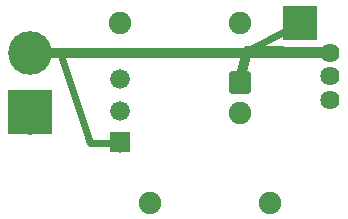
<source format=gtl>
G04 MADE WITH FRITZING*
G04 WWW.FRITZING.ORG*
G04 DOUBLE SIDED*
G04 HOLES PLATED*
G04 CONTOUR ON CENTER OF CONTOUR VECTOR*
%ASAXBY*%
%FSLAX23Y23*%
%MOIN*%
%OFA0B0*%
%SFA1.0B1.0*%
%ADD10C,0.075000*%
%ADD11C,0.066000*%
%ADD12C,0.145669*%
%ADD13C,0.064000*%
%ADD14R,0.118110X0.118110*%
%ADD15C,0.032000*%
%ADD16C,0.024000*%
%ADD17C,0.020000*%
%ADD18R,0.001000X0.001000*%
%LNCOPPER1*%
G90*
G70*
G54D10*
X892Y480D03*
X892Y380D03*
G54D11*
X492Y280D03*
X492Y386D03*
X492Y492D03*
X492Y280D03*
X492Y386D03*
X492Y492D03*
G54D12*
X192Y580D03*
X192Y380D03*
X192Y580D03*
X192Y380D03*
G54D10*
X492Y680D03*
X892Y680D03*
X592Y80D03*
X992Y80D03*
G54D13*
X1192Y580D03*
X1192Y502D03*
X1192Y423D03*
X1192Y580D03*
X1192Y502D03*
X1192Y423D03*
G54D14*
X1092Y680D03*
G54D15*
X913Y585D02*
X899Y514D01*
D02*
X1161Y581D02*
X913Y585D01*
D02*
X255Y580D02*
X1161Y580D01*
G54D16*
D02*
X913Y585D02*
X1040Y653D01*
D02*
X250Y581D02*
X292Y581D01*
D02*
X292Y581D02*
X391Y280D01*
D02*
X391Y280D02*
X466Y280D01*
G54D17*
X919Y453D02*
X864Y453D01*
X864Y508D01*
X919Y508D01*
X919Y453D01*
D02*
G54D18*
X119Y453D02*
X263Y453D01*
X119Y452D02*
X263Y452D01*
X119Y451D02*
X263Y451D01*
X119Y450D02*
X263Y450D01*
X119Y449D02*
X263Y449D01*
X119Y448D02*
X263Y448D01*
X119Y447D02*
X263Y447D01*
X119Y446D02*
X263Y446D01*
X119Y445D02*
X263Y445D01*
X119Y444D02*
X263Y444D01*
X119Y443D02*
X263Y443D01*
X119Y442D02*
X263Y442D01*
X119Y441D02*
X263Y441D01*
X119Y440D02*
X263Y440D01*
X119Y439D02*
X263Y439D01*
X119Y438D02*
X263Y438D01*
X119Y437D02*
X263Y437D01*
X119Y436D02*
X263Y436D01*
X119Y435D02*
X263Y435D01*
X119Y434D02*
X263Y434D01*
X119Y433D02*
X263Y433D01*
X119Y432D02*
X263Y432D01*
X119Y431D02*
X263Y431D01*
X119Y430D02*
X263Y430D01*
X119Y429D02*
X263Y429D01*
X119Y428D02*
X187Y428D01*
X195Y428D02*
X263Y428D01*
X119Y427D02*
X180Y427D01*
X202Y427D02*
X263Y427D01*
X119Y426D02*
X176Y426D01*
X206Y426D02*
X263Y426D01*
X119Y425D02*
X173Y425D01*
X208Y425D02*
X263Y425D01*
X119Y424D02*
X171Y424D01*
X211Y424D02*
X263Y424D01*
X119Y423D02*
X169Y423D01*
X213Y423D02*
X263Y423D01*
X119Y422D02*
X167Y422D01*
X215Y422D02*
X263Y422D01*
X119Y421D02*
X165Y421D01*
X216Y421D02*
X263Y421D01*
X119Y420D02*
X164Y420D01*
X218Y420D02*
X263Y420D01*
X119Y419D02*
X163Y419D01*
X219Y419D02*
X263Y419D01*
X119Y418D02*
X161Y418D01*
X221Y418D02*
X263Y418D01*
X119Y417D02*
X160Y417D01*
X222Y417D02*
X263Y417D01*
X119Y416D02*
X159Y416D01*
X223Y416D02*
X263Y416D01*
X119Y415D02*
X158Y415D01*
X224Y415D02*
X263Y415D01*
X119Y414D02*
X157Y414D01*
X225Y414D02*
X263Y414D01*
X119Y413D02*
X156Y413D01*
X226Y413D02*
X263Y413D01*
X119Y412D02*
X155Y412D01*
X227Y412D02*
X263Y412D01*
X119Y411D02*
X154Y411D01*
X228Y411D02*
X263Y411D01*
X119Y410D02*
X153Y410D01*
X229Y410D02*
X263Y410D01*
X119Y409D02*
X152Y409D01*
X229Y409D02*
X263Y409D01*
X119Y408D02*
X152Y408D01*
X230Y408D02*
X263Y408D01*
X119Y407D02*
X151Y407D01*
X231Y407D02*
X263Y407D01*
X119Y406D02*
X150Y406D01*
X231Y406D02*
X263Y406D01*
X119Y405D02*
X150Y405D01*
X232Y405D02*
X263Y405D01*
X119Y404D02*
X149Y404D01*
X233Y404D02*
X263Y404D01*
X119Y403D02*
X149Y403D01*
X233Y403D02*
X263Y403D01*
X119Y402D02*
X148Y402D01*
X234Y402D02*
X263Y402D01*
X119Y401D02*
X148Y401D01*
X234Y401D02*
X263Y401D01*
X119Y400D02*
X147Y400D01*
X235Y400D02*
X263Y400D01*
X119Y399D02*
X147Y399D01*
X235Y399D02*
X263Y399D01*
X119Y398D02*
X146Y398D01*
X235Y398D02*
X263Y398D01*
X119Y397D02*
X146Y397D01*
X236Y397D02*
X263Y397D01*
X119Y396D02*
X146Y396D01*
X236Y396D02*
X263Y396D01*
X119Y395D02*
X145Y395D01*
X236Y395D02*
X263Y395D01*
X119Y394D02*
X145Y394D01*
X237Y394D02*
X263Y394D01*
X119Y393D02*
X145Y393D01*
X237Y393D02*
X263Y393D01*
X119Y392D02*
X145Y392D01*
X237Y392D02*
X263Y392D01*
X119Y391D02*
X144Y391D01*
X237Y391D02*
X263Y391D01*
X119Y390D02*
X144Y390D01*
X238Y390D02*
X263Y390D01*
X119Y389D02*
X144Y389D01*
X238Y389D02*
X263Y389D01*
X119Y388D02*
X144Y388D01*
X238Y388D02*
X263Y388D01*
X119Y387D02*
X144Y387D01*
X238Y387D02*
X263Y387D01*
X119Y386D02*
X143Y386D01*
X238Y386D02*
X263Y386D01*
X119Y385D02*
X143Y385D01*
X238Y385D02*
X263Y385D01*
X119Y384D02*
X143Y384D01*
X238Y384D02*
X263Y384D01*
X119Y383D02*
X143Y383D01*
X238Y383D02*
X263Y383D01*
X119Y382D02*
X143Y382D01*
X239Y382D02*
X263Y382D01*
X119Y381D02*
X143Y381D01*
X239Y381D02*
X263Y381D01*
X119Y380D02*
X143Y380D01*
X239Y380D02*
X263Y380D01*
X119Y379D02*
X143Y379D01*
X238Y379D02*
X263Y379D01*
X119Y378D02*
X143Y378D01*
X238Y378D02*
X263Y378D01*
X119Y377D02*
X143Y377D01*
X238Y377D02*
X263Y377D01*
X119Y376D02*
X143Y376D01*
X238Y376D02*
X263Y376D01*
X119Y375D02*
X144Y375D01*
X238Y375D02*
X263Y375D01*
X119Y374D02*
X144Y374D01*
X238Y374D02*
X263Y374D01*
X119Y373D02*
X144Y373D01*
X238Y373D02*
X263Y373D01*
X119Y372D02*
X144Y372D01*
X238Y372D02*
X263Y372D01*
X119Y371D02*
X144Y371D01*
X238Y371D02*
X263Y371D01*
X119Y370D02*
X144Y370D01*
X237Y370D02*
X263Y370D01*
X119Y369D02*
X145Y369D01*
X237Y369D02*
X263Y369D01*
X119Y368D02*
X145Y368D01*
X237Y368D02*
X263Y368D01*
X119Y367D02*
X145Y367D01*
X236Y367D02*
X263Y367D01*
X119Y366D02*
X146Y366D01*
X236Y366D02*
X263Y366D01*
X119Y365D02*
X146Y365D01*
X236Y365D02*
X263Y365D01*
X119Y364D02*
X146Y364D01*
X235Y364D02*
X263Y364D01*
X119Y363D02*
X147Y363D01*
X235Y363D02*
X263Y363D01*
X119Y362D02*
X147Y362D01*
X235Y362D02*
X263Y362D01*
X119Y361D02*
X148Y361D01*
X234Y361D02*
X263Y361D01*
X119Y360D02*
X148Y360D01*
X234Y360D02*
X263Y360D01*
X119Y359D02*
X149Y359D01*
X233Y359D02*
X263Y359D01*
X119Y358D02*
X149Y358D01*
X233Y358D02*
X263Y358D01*
X119Y357D02*
X150Y357D01*
X232Y357D02*
X263Y357D01*
X119Y356D02*
X150Y356D01*
X231Y356D02*
X263Y356D01*
X119Y355D02*
X151Y355D01*
X231Y355D02*
X263Y355D01*
X119Y354D02*
X152Y354D01*
X230Y354D02*
X263Y354D01*
X119Y353D02*
X152Y353D01*
X229Y353D02*
X263Y353D01*
X119Y352D02*
X153Y352D01*
X229Y352D02*
X263Y352D01*
X119Y351D02*
X154Y351D01*
X228Y351D02*
X263Y351D01*
X119Y350D02*
X155Y350D01*
X227Y350D02*
X263Y350D01*
X119Y349D02*
X156Y349D01*
X226Y349D02*
X263Y349D01*
X119Y348D02*
X157Y348D01*
X225Y348D02*
X263Y348D01*
X119Y347D02*
X158Y347D01*
X224Y347D02*
X263Y347D01*
X119Y346D02*
X159Y346D01*
X223Y346D02*
X263Y346D01*
X119Y345D02*
X160Y345D01*
X222Y345D02*
X263Y345D01*
X119Y344D02*
X161Y344D01*
X221Y344D02*
X263Y344D01*
X119Y343D02*
X162Y343D01*
X219Y343D02*
X263Y343D01*
X119Y342D02*
X164Y342D01*
X218Y342D02*
X263Y342D01*
X119Y341D02*
X165Y341D01*
X217Y341D02*
X263Y341D01*
X119Y340D02*
X167Y340D01*
X215Y340D02*
X263Y340D01*
X119Y339D02*
X169Y339D01*
X213Y339D02*
X263Y339D01*
X119Y338D02*
X171Y338D01*
X211Y338D02*
X263Y338D01*
X119Y337D02*
X173Y337D01*
X209Y337D02*
X263Y337D01*
X119Y336D02*
X176Y336D01*
X206Y336D02*
X263Y336D01*
X119Y335D02*
X180Y335D01*
X202Y335D02*
X263Y335D01*
X119Y334D02*
X185Y334D01*
X197Y334D02*
X263Y334D01*
X119Y333D02*
X263Y333D01*
X119Y332D02*
X263Y332D01*
X119Y331D02*
X263Y331D01*
X119Y330D02*
X263Y330D01*
X119Y329D02*
X263Y329D01*
X119Y328D02*
X263Y328D01*
X119Y327D02*
X263Y327D01*
X119Y326D02*
X263Y326D01*
X119Y325D02*
X263Y325D01*
X119Y324D02*
X263Y324D01*
X119Y323D02*
X263Y323D01*
X119Y322D02*
X263Y322D01*
X119Y321D02*
X263Y321D01*
X119Y320D02*
X263Y320D01*
X119Y319D02*
X263Y319D01*
X119Y318D02*
X263Y318D01*
X119Y317D02*
X263Y317D01*
X119Y316D02*
X263Y316D01*
X119Y315D02*
X263Y315D01*
X119Y314D02*
X263Y314D01*
X119Y313D02*
X263Y313D01*
X458Y313D02*
X523Y313D01*
X119Y312D02*
X263Y312D01*
X458Y312D02*
X523Y312D01*
X119Y311D02*
X263Y311D01*
X458Y311D02*
X523Y311D01*
X119Y310D02*
X263Y310D01*
X458Y310D02*
X523Y310D01*
X119Y309D02*
X263Y309D01*
X458Y309D02*
X523Y309D01*
X458Y308D02*
X523Y308D01*
X458Y307D02*
X523Y307D01*
X458Y306D02*
X523Y306D01*
X458Y305D02*
X523Y305D01*
X458Y304D02*
X523Y304D01*
X458Y303D02*
X523Y303D01*
X458Y302D02*
X523Y302D01*
X458Y301D02*
X523Y301D01*
X458Y300D02*
X523Y300D01*
X458Y299D02*
X523Y299D01*
X458Y298D02*
X523Y298D01*
X458Y297D02*
X523Y297D01*
X458Y296D02*
X523Y296D01*
X458Y295D02*
X487Y295D01*
X495Y295D02*
X523Y295D01*
X458Y294D02*
X484Y294D01*
X497Y294D02*
X523Y294D01*
X458Y293D02*
X482Y293D01*
X499Y293D02*
X523Y293D01*
X458Y292D02*
X481Y292D01*
X500Y292D02*
X523Y292D01*
X458Y291D02*
X480Y291D01*
X502Y291D02*
X523Y291D01*
X458Y290D02*
X479Y290D01*
X502Y290D02*
X523Y290D01*
X458Y289D02*
X478Y289D01*
X503Y289D02*
X523Y289D01*
X458Y288D02*
X478Y288D01*
X504Y288D02*
X523Y288D01*
X458Y287D02*
X477Y287D01*
X504Y287D02*
X523Y287D01*
X458Y286D02*
X477Y286D01*
X505Y286D02*
X523Y286D01*
X458Y285D02*
X476Y285D01*
X505Y285D02*
X523Y285D01*
X458Y284D02*
X476Y284D01*
X505Y284D02*
X523Y284D01*
X458Y283D02*
X476Y283D01*
X505Y283D02*
X523Y283D01*
X458Y282D02*
X476Y282D01*
X506Y282D02*
X523Y282D01*
X458Y281D02*
X476Y281D01*
X506Y281D02*
X523Y281D01*
X458Y280D02*
X476Y280D01*
X506Y280D02*
X523Y280D01*
X458Y279D02*
X476Y279D01*
X505Y279D02*
X523Y279D01*
X458Y278D02*
X476Y278D01*
X505Y278D02*
X523Y278D01*
X458Y277D02*
X476Y277D01*
X505Y277D02*
X523Y277D01*
X458Y276D02*
X477Y276D01*
X505Y276D02*
X523Y276D01*
X458Y275D02*
X477Y275D01*
X504Y275D02*
X523Y275D01*
X458Y274D02*
X478Y274D01*
X504Y274D02*
X523Y274D01*
X458Y273D02*
X478Y273D01*
X503Y273D02*
X523Y273D01*
X458Y272D02*
X479Y272D01*
X502Y272D02*
X523Y272D01*
X458Y271D02*
X480Y271D01*
X502Y271D02*
X523Y271D01*
X458Y270D02*
X481Y270D01*
X501Y270D02*
X523Y270D01*
X458Y269D02*
X482Y269D01*
X499Y269D02*
X523Y269D01*
X458Y268D02*
X484Y268D01*
X498Y268D02*
X523Y268D01*
X458Y267D02*
X486Y267D01*
X495Y267D02*
X523Y267D01*
X458Y266D02*
X523Y266D01*
X458Y265D02*
X523Y265D01*
X458Y264D02*
X523Y264D01*
X458Y263D02*
X523Y263D01*
X458Y262D02*
X523Y262D01*
X458Y261D02*
X523Y261D01*
X458Y260D02*
X523Y260D01*
X458Y259D02*
X523Y259D01*
X458Y258D02*
X523Y258D01*
X458Y257D02*
X523Y257D01*
X458Y256D02*
X523Y256D01*
X458Y255D02*
X523Y255D01*
X458Y254D02*
X523Y254D01*
X458Y253D02*
X523Y253D01*
X458Y252D02*
X523Y252D01*
X458Y251D02*
X523Y251D01*
X458Y250D02*
X523Y250D01*
X458Y249D02*
X523Y249D01*
X459Y248D02*
X523Y248D01*
D02*
G04 End of Copper1*
M02*
</source>
